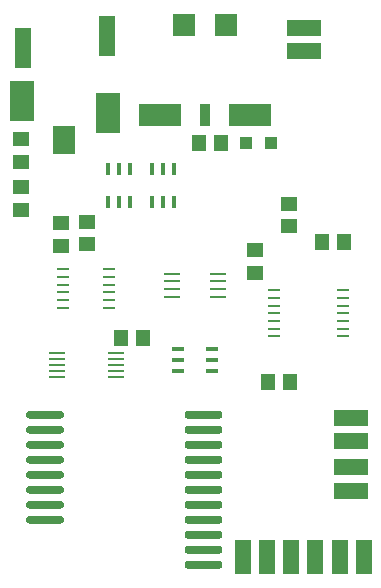
<source format=gbr>
G04 #@! TF.GenerationSoftware,KiCad,Pcbnew,(5.1.0)-1*
G04 #@! TF.CreationDate,2019-05-30T14:49:56+02:00*
G04 #@! TF.ProjectId,UWED,55574544-2e6b-4696-9361-645f70636258,rev?*
G04 #@! TF.SameCoordinates,Original*
G04 #@! TF.FileFunction,Paste,Top*
G04 #@! TF.FilePolarity,Positive*
%FSLAX46Y46*%
G04 Gerber Fmt 4.6, Leading zero omitted, Abs format (unit mm)*
G04 Created by KiCad (PCBNEW (5.1.0)-1) date 2019-05-30 14:49:56*
%MOMM*%
%LPD*%
G04 APERTURE LIST*
%ADD10R,1.347500X1.147500*%
%ADD11R,1.147500X1.347500*%
%ADD12R,1.047500X1.047500*%
%ADD13R,1.117500X0.266600*%
%ADD14R,0.355500X1.117500*%
%ADD15R,1.347500X0.267500*%
%ADD16R,1.117500X0.355500*%
%ADD17R,0.863500X1.879500*%
%ADD18R,3.657500X1.879500*%
%ADD19R,1.879500X1.879500*%
%ADD20R,1.347500X2.847500*%
%ADD21R,2.847500X1.347500*%
%ADD22R,1.347500X0.147500*%
%ADD23R,1.847500X2.347500*%
%ADD24R,1.347500X3.347500*%
%ADD25R,2.147500X3.347500*%
%ADD26C,0.100000*%
%ADD27C,0.660300*%
G04 APERTURE END LIST*
D10*
X153174600Y-100848200D03*
X153174600Y-102748200D03*
D11*
X160728600Y-100147200D03*
X158828600Y-100147200D03*
D10*
X156095600Y-96911200D03*
X156095600Y-98811200D03*
X138950600Y-98435200D03*
X138950600Y-100335200D03*
X136791600Y-98562200D03*
X136791600Y-100462200D03*
D11*
X156156600Y-111958200D03*
X154256600Y-111958200D03*
D12*
X152429400Y-91790600D03*
X154529400Y-91790600D03*
D11*
X148414600Y-91765200D03*
X150314600Y-91765200D03*
X141810600Y-108275200D03*
X143710600Y-108275200D03*
D10*
X133362600Y-97414200D03*
X133362600Y-95514200D03*
X133362600Y-93350200D03*
X133362600Y-91450200D03*
D13*
X160662040Y-104211200D03*
X160662040Y-104861200D03*
X160662040Y-105511200D03*
X160662040Y-106161440D03*
X160662040Y-106811681D03*
X160662040Y-107461918D03*
X160662040Y-108112159D03*
X154812041Y-108112400D03*
X154810600Y-107462400D03*
X154810600Y-106812159D03*
X154810600Y-106161918D03*
X154810600Y-105511681D03*
X154810600Y-104861440D03*
X154810600Y-104211200D03*
D14*
X142633600Y-96743600D03*
X141693800Y-96743600D03*
X140754000Y-96743600D03*
X140754000Y-93924200D03*
X141693800Y-93924200D03*
X142633600Y-93924200D03*
X146316600Y-96743600D03*
X145376800Y-96743600D03*
X144437000Y-96743600D03*
X144437000Y-93924200D03*
X145376800Y-93924200D03*
X146316600Y-93924200D03*
D15*
X150089600Y-102814200D03*
X150089600Y-103464200D03*
X150089600Y-104114200D03*
X150089600Y-104764200D03*
X146189600Y-104764200D03*
X146189600Y-104114200D03*
X146189600Y-103464200D03*
X146189600Y-102814200D03*
D16*
X149517000Y-109164200D03*
X149517000Y-110104000D03*
X149517000Y-111043800D03*
X146697600Y-111043800D03*
X146697600Y-110104000D03*
X146697600Y-109164200D03*
D17*
X148983600Y-89352200D03*
D18*
X152793600Y-89352200D03*
X145173600Y-89352200D03*
D19*
X150761600Y-81732200D03*
X147205600Y-81732200D03*
D20*
X152174600Y-126817200D03*
X154174600Y-126817200D03*
D13*
X140820040Y-102433200D03*
X140820040Y-103083440D03*
X140820040Y-103733681D03*
X140820040Y-104383918D03*
X140820040Y-105034159D03*
X140820040Y-105684400D03*
X136918600Y-105684400D03*
X136918600Y-105034159D03*
X136918600Y-104383918D03*
X136918600Y-103733681D03*
X136918600Y-103083440D03*
X136918600Y-102433200D03*
D21*
X157365600Y-84002200D03*
X157365600Y-82002200D03*
D20*
X158238600Y-126817200D03*
X156238600Y-126817200D03*
X162429600Y-126817200D03*
X160429600Y-126817200D03*
D21*
X161302600Y-121213200D03*
X161302600Y-119213200D03*
X161302600Y-115022200D03*
X161302600Y-117022200D03*
D22*
X141410600Y-109545200D03*
X141410600Y-110045200D03*
X141410600Y-110545200D03*
X141410600Y-111045200D03*
X141410600Y-111545200D03*
X136410600Y-111545200D03*
X136410600Y-111045200D03*
X136410600Y-110545200D03*
X136410600Y-110045200D03*
X136410600Y-109545200D03*
D23*
X137045600Y-91492200D03*
D24*
X133545600Y-83692200D03*
X140645600Y-82692200D03*
D25*
X133445600Y-88192200D03*
X140745600Y-89192200D03*
D26*
G36*
X150163339Y-127123481D02*
G01*
X150192183Y-127127759D01*
X150220469Y-127134845D01*
X150247924Y-127144668D01*
X150274283Y-127157135D01*
X150299294Y-127172126D01*
X150322715Y-127189497D01*
X150344321Y-127209079D01*
X150363903Y-127230685D01*
X150381274Y-127254106D01*
X150396265Y-127279117D01*
X150408732Y-127305476D01*
X150418555Y-127332931D01*
X150425641Y-127361217D01*
X150429919Y-127390061D01*
X150431350Y-127419185D01*
X150431350Y-127485215D01*
X150429919Y-127514339D01*
X150425641Y-127543183D01*
X150418555Y-127571469D01*
X150408732Y-127598924D01*
X150396265Y-127625283D01*
X150381274Y-127650294D01*
X150363903Y-127673715D01*
X150344321Y-127695321D01*
X150322715Y-127714903D01*
X150299294Y-127732274D01*
X150274283Y-127747265D01*
X150247924Y-127759732D01*
X150220469Y-127769555D01*
X150192183Y-127776641D01*
X150163339Y-127780919D01*
X150134215Y-127782350D01*
X147528185Y-127782350D01*
X147499061Y-127780919D01*
X147470217Y-127776641D01*
X147441931Y-127769555D01*
X147414476Y-127759732D01*
X147388117Y-127747265D01*
X147363106Y-127732274D01*
X147339685Y-127714903D01*
X147318079Y-127695321D01*
X147298497Y-127673715D01*
X147281126Y-127650294D01*
X147266135Y-127625283D01*
X147253668Y-127598924D01*
X147243845Y-127571469D01*
X147236759Y-127543183D01*
X147232481Y-127514339D01*
X147231050Y-127485215D01*
X147231050Y-127419185D01*
X147232481Y-127390061D01*
X147236759Y-127361217D01*
X147243845Y-127332931D01*
X147253668Y-127305476D01*
X147266135Y-127279117D01*
X147281126Y-127254106D01*
X147298497Y-127230685D01*
X147318079Y-127209079D01*
X147339685Y-127189497D01*
X147363106Y-127172126D01*
X147388117Y-127157135D01*
X147414476Y-127144668D01*
X147441931Y-127134845D01*
X147470217Y-127127759D01*
X147499061Y-127123481D01*
X147528185Y-127122050D01*
X150134215Y-127122050D01*
X150163339Y-127123481D01*
X150163339Y-127123481D01*
G37*
D27*
X148831200Y-127452200D03*
D26*
G36*
X150163339Y-125853481D02*
G01*
X150192183Y-125857759D01*
X150220469Y-125864845D01*
X150247924Y-125874668D01*
X150274283Y-125887135D01*
X150299294Y-125902126D01*
X150322715Y-125919497D01*
X150344321Y-125939079D01*
X150363903Y-125960685D01*
X150381274Y-125984106D01*
X150396265Y-126009117D01*
X150408732Y-126035476D01*
X150418555Y-126062931D01*
X150425641Y-126091217D01*
X150429919Y-126120061D01*
X150431350Y-126149185D01*
X150431350Y-126215215D01*
X150429919Y-126244339D01*
X150425641Y-126273183D01*
X150418555Y-126301469D01*
X150408732Y-126328924D01*
X150396265Y-126355283D01*
X150381274Y-126380294D01*
X150363903Y-126403715D01*
X150344321Y-126425321D01*
X150322715Y-126444903D01*
X150299294Y-126462274D01*
X150274283Y-126477265D01*
X150247924Y-126489732D01*
X150220469Y-126499555D01*
X150192183Y-126506641D01*
X150163339Y-126510919D01*
X150134215Y-126512350D01*
X147528185Y-126512350D01*
X147499061Y-126510919D01*
X147470217Y-126506641D01*
X147441931Y-126499555D01*
X147414476Y-126489732D01*
X147388117Y-126477265D01*
X147363106Y-126462274D01*
X147339685Y-126444903D01*
X147318079Y-126425321D01*
X147298497Y-126403715D01*
X147281126Y-126380294D01*
X147266135Y-126355283D01*
X147253668Y-126328924D01*
X147243845Y-126301469D01*
X147236759Y-126273183D01*
X147232481Y-126244339D01*
X147231050Y-126215215D01*
X147231050Y-126149185D01*
X147232481Y-126120061D01*
X147236759Y-126091217D01*
X147243845Y-126062931D01*
X147253668Y-126035476D01*
X147266135Y-126009117D01*
X147281126Y-125984106D01*
X147298497Y-125960685D01*
X147318079Y-125939079D01*
X147339685Y-125919497D01*
X147363106Y-125902126D01*
X147388117Y-125887135D01*
X147414476Y-125874668D01*
X147441931Y-125864845D01*
X147470217Y-125857759D01*
X147499061Y-125853481D01*
X147528185Y-125852050D01*
X150134215Y-125852050D01*
X150163339Y-125853481D01*
X150163339Y-125853481D01*
G37*
D27*
X148831200Y-126182200D03*
D26*
G36*
X150163339Y-124583481D02*
G01*
X150192183Y-124587759D01*
X150220469Y-124594845D01*
X150247924Y-124604668D01*
X150274283Y-124617135D01*
X150299294Y-124632126D01*
X150322715Y-124649497D01*
X150344321Y-124669079D01*
X150363903Y-124690685D01*
X150381274Y-124714106D01*
X150396265Y-124739117D01*
X150408732Y-124765476D01*
X150418555Y-124792931D01*
X150425641Y-124821217D01*
X150429919Y-124850061D01*
X150431350Y-124879185D01*
X150431350Y-124945215D01*
X150429919Y-124974339D01*
X150425641Y-125003183D01*
X150418555Y-125031469D01*
X150408732Y-125058924D01*
X150396265Y-125085283D01*
X150381274Y-125110294D01*
X150363903Y-125133715D01*
X150344321Y-125155321D01*
X150322715Y-125174903D01*
X150299294Y-125192274D01*
X150274283Y-125207265D01*
X150247924Y-125219732D01*
X150220469Y-125229555D01*
X150192183Y-125236641D01*
X150163339Y-125240919D01*
X150134215Y-125242350D01*
X147528185Y-125242350D01*
X147499061Y-125240919D01*
X147470217Y-125236641D01*
X147441931Y-125229555D01*
X147414476Y-125219732D01*
X147388117Y-125207265D01*
X147363106Y-125192274D01*
X147339685Y-125174903D01*
X147318079Y-125155321D01*
X147298497Y-125133715D01*
X147281126Y-125110294D01*
X147266135Y-125085283D01*
X147253668Y-125058924D01*
X147243845Y-125031469D01*
X147236759Y-125003183D01*
X147232481Y-124974339D01*
X147231050Y-124945215D01*
X147231050Y-124879185D01*
X147232481Y-124850061D01*
X147236759Y-124821217D01*
X147243845Y-124792931D01*
X147253668Y-124765476D01*
X147266135Y-124739117D01*
X147281126Y-124714106D01*
X147298497Y-124690685D01*
X147318079Y-124669079D01*
X147339685Y-124649497D01*
X147363106Y-124632126D01*
X147388117Y-124617135D01*
X147414476Y-124604668D01*
X147441931Y-124594845D01*
X147470217Y-124587759D01*
X147499061Y-124583481D01*
X147528185Y-124582050D01*
X150134215Y-124582050D01*
X150163339Y-124583481D01*
X150163339Y-124583481D01*
G37*
D27*
X148831200Y-124912200D03*
D26*
G36*
X150163339Y-123313481D02*
G01*
X150192183Y-123317759D01*
X150220469Y-123324845D01*
X150247924Y-123334668D01*
X150274283Y-123347135D01*
X150299294Y-123362126D01*
X150322715Y-123379497D01*
X150344321Y-123399079D01*
X150363903Y-123420685D01*
X150381274Y-123444106D01*
X150396265Y-123469117D01*
X150408732Y-123495476D01*
X150418555Y-123522931D01*
X150425641Y-123551217D01*
X150429919Y-123580061D01*
X150431350Y-123609185D01*
X150431350Y-123675215D01*
X150429919Y-123704339D01*
X150425641Y-123733183D01*
X150418555Y-123761469D01*
X150408732Y-123788924D01*
X150396265Y-123815283D01*
X150381274Y-123840294D01*
X150363903Y-123863715D01*
X150344321Y-123885321D01*
X150322715Y-123904903D01*
X150299294Y-123922274D01*
X150274283Y-123937265D01*
X150247924Y-123949732D01*
X150220469Y-123959555D01*
X150192183Y-123966641D01*
X150163339Y-123970919D01*
X150134215Y-123972350D01*
X147528185Y-123972350D01*
X147499061Y-123970919D01*
X147470217Y-123966641D01*
X147441931Y-123959555D01*
X147414476Y-123949732D01*
X147388117Y-123937265D01*
X147363106Y-123922274D01*
X147339685Y-123904903D01*
X147318079Y-123885321D01*
X147298497Y-123863715D01*
X147281126Y-123840294D01*
X147266135Y-123815283D01*
X147253668Y-123788924D01*
X147243845Y-123761469D01*
X147236759Y-123733183D01*
X147232481Y-123704339D01*
X147231050Y-123675215D01*
X147231050Y-123609185D01*
X147232481Y-123580061D01*
X147236759Y-123551217D01*
X147243845Y-123522931D01*
X147253668Y-123495476D01*
X147266135Y-123469117D01*
X147281126Y-123444106D01*
X147298497Y-123420685D01*
X147318079Y-123399079D01*
X147339685Y-123379497D01*
X147363106Y-123362126D01*
X147388117Y-123347135D01*
X147414476Y-123334668D01*
X147441931Y-123324845D01*
X147470217Y-123317759D01*
X147499061Y-123313481D01*
X147528185Y-123312050D01*
X150134215Y-123312050D01*
X150163339Y-123313481D01*
X150163339Y-123313481D01*
G37*
D27*
X148831200Y-123642200D03*
D26*
G36*
X150163339Y-122043481D02*
G01*
X150192183Y-122047759D01*
X150220469Y-122054845D01*
X150247924Y-122064668D01*
X150274283Y-122077135D01*
X150299294Y-122092126D01*
X150322715Y-122109497D01*
X150344321Y-122129079D01*
X150363903Y-122150685D01*
X150381274Y-122174106D01*
X150396265Y-122199117D01*
X150408732Y-122225476D01*
X150418555Y-122252931D01*
X150425641Y-122281217D01*
X150429919Y-122310061D01*
X150431350Y-122339185D01*
X150431350Y-122405215D01*
X150429919Y-122434339D01*
X150425641Y-122463183D01*
X150418555Y-122491469D01*
X150408732Y-122518924D01*
X150396265Y-122545283D01*
X150381274Y-122570294D01*
X150363903Y-122593715D01*
X150344321Y-122615321D01*
X150322715Y-122634903D01*
X150299294Y-122652274D01*
X150274283Y-122667265D01*
X150247924Y-122679732D01*
X150220469Y-122689555D01*
X150192183Y-122696641D01*
X150163339Y-122700919D01*
X150134215Y-122702350D01*
X147528185Y-122702350D01*
X147499061Y-122700919D01*
X147470217Y-122696641D01*
X147441931Y-122689555D01*
X147414476Y-122679732D01*
X147388117Y-122667265D01*
X147363106Y-122652274D01*
X147339685Y-122634903D01*
X147318079Y-122615321D01*
X147298497Y-122593715D01*
X147281126Y-122570294D01*
X147266135Y-122545283D01*
X147253668Y-122518924D01*
X147243845Y-122491469D01*
X147236759Y-122463183D01*
X147232481Y-122434339D01*
X147231050Y-122405215D01*
X147231050Y-122339185D01*
X147232481Y-122310061D01*
X147236759Y-122281217D01*
X147243845Y-122252931D01*
X147253668Y-122225476D01*
X147266135Y-122199117D01*
X147281126Y-122174106D01*
X147298497Y-122150685D01*
X147318079Y-122129079D01*
X147339685Y-122109497D01*
X147363106Y-122092126D01*
X147388117Y-122077135D01*
X147414476Y-122064668D01*
X147441931Y-122054845D01*
X147470217Y-122047759D01*
X147499061Y-122043481D01*
X147528185Y-122042050D01*
X150134215Y-122042050D01*
X150163339Y-122043481D01*
X150163339Y-122043481D01*
G37*
D27*
X148831200Y-122372200D03*
D26*
G36*
X150163339Y-120773481D02*
G01*
X150192183Y-120777759D01*
X150220469Y-120784845D01*
X150247924Y-120794668D01*
X150274283Y-120807135D01*
X150299294Y-120822126D01*
X150322715Y-120839497D01*
X150344321Y-120859079D01*
X150363903Y-120880685D01*
X150381274Y-120904106D01*
X150396265Y-120929117D01*
X150408732Y-120955476D01*
X150418555Y-120982931D01*
X150425641Y-121011217D01*
X150429919Y-121040061D01*
X150431350Y-121069185D01*
X150431350Y-121135215D01*
X150429919Y-121164339D01*
X150425641Y-121193183D01*
X150418555Y-121221469D01*
X150408732Y-121248924D01*
X150396265Y-121275283D01*
X150381274Y-121300294D01*
X150363903Y-121323715D01*
X150344321Y-121345321D01*
X150322715Y-121364903D01*
X150299294Y-121382274D01*
X150274283Y-121397265D01*
X150247924Y-121409732D01*
X150220469Y-121419555D01*
X150192183Y-121426641D01*
X150163339Y-121430919D01*
X150134215Y-121432350D01*
X147528185Y-121432350D01*
X147499061Y-121430919D01*
X147470217Y-121426641D01*
X147441931Y-121419555D01*
X147414476Y-121409732D01*
X147388117Y-121397265D01*
X147363106Y-121382274D01*
X147339685Y-121364903D01*
X147318079Y-121345321D01*
X147298497Y-121323715D01*
X147281126Y-121300294D01*
X147266135Y-121275283D01*
X147253668Y-121248924D01*
X147243845Y-121221469D01*
X147236759Y-121193183D01*
X147232481Y-121164339D01*
X147231050Y-121135215D01*
X147231050Y-121069185D01*
X147232481Y-121040061D01*
X147236759Y-121011217D01*
X147243845Y-120982931D01*
X147253668Y-120955476D01*
X147266135Y-120929117D01*
X147281126Y-120904106D01*
X147298497Y-120880685D01*
X147318079Y-120859079D01*
X147339685Y-120839497D01*
X147363106Y-120822126D01*
X147388117Y-120807135D01*
X147414476Y-120794668D01*
X147441931Y-120784845D01*
X147470217Y-120777759D01*
X147499061Y-120773481D01*
X147528185Y-120772050D01*
X150134215Y-120772050D01*
X150163339Y-120773481D01*
X150163339Y-120773481D01*
G37*
D27*
X148831200Y-121102200D03*
D26*
G36*
X150163339Y-119503481D02*
G01*
X150192183Y-119507759D01*
X150220469Y-119514845D01*
X150247924Y-119524668D01*
X150274283Y-119537135D01*
X150299294Y-119552126D01*
X150322715Y-119569497D01*
X150344321Y-119589079D01*
X150363903Y-119610685D01*
X150381274Y-119634106D01*
X150396265Y-119659117D01*
X150408732Y-119685476D01*
X150418555Y-119712931D01*
X150425641Y-119741217D01*
X150429919Y-119770061D01*
X150431350Y-119799185D01*
X150431350Y-119865215D01*
X150429919Y-119894339D01*
X150425641Y-119923183D01*
X150418555Y-119951469D01*
X150408732Y-119978924D01*
X150396265Y-120005283D01*
X150381274Y-120030294D01*
X150363903Y-120053715D01*
X150344321Y-120075321D01*
X150322715Y-120094903D01*
X150299294Y-120112274D01*
X150274283Y-120127265D01*
X150247924Y-120139732D01*
X150220469Y-120149555D01*
X150192183Y-120156641D01*
X150163339Y-120160919D01*
X150134215Y-120162350D01*
X147528185Y-120162350D01*
X147499061Y-120160919D01*
X147470217Y-120156641D01*
X147441931Y-120149555D01*
X147414476Y-120139732D01*
X147388117Y-120127265D01*
X147363106Y-120112274D01*
X147339685Y-120094903D01*
X147318079Y-120075321D01*
X147298497Y-120053715D01*
X147281126Y-120030294D01*
X147266135Y-120005283D01*
X147253668Y-119978924D01*
X147243845Y-119951469D01*
X147236759Y-119923183D01*
X147232481Y-119894339D01*
X147231050Y-119865215D01*
X147231050Y-119799185D01*
X147232481Y-119770061D01*
X147236759Y-119741217D01*
X147243845Y-119712931D01*
X147253668Y-119685476D01*
X147266135Y-119659117D01*
X147281126Y-119634106D01*
X147298497Y-119610685D01*
X147318079Y-119589079D01*
X147339685Y-119569497D01*
X147363106Y-119552126D01*
X147388117Y-119537135D01*
X147414476Y-119524668D01*
X147441931Y-119514845D01*
X147470217Y-119507759D01*
X147499061Y-119503481D01*
X147528185Y-119502050D01*
X150134215Y-119502050D01*
X150163339Y-119503481D01*
X150163339Y-119503481D01*
G37*
D27*
X148831200Y-119832200D03*
D26*
G36*
X150163339Y-118233481D02*
G01*
X150192183Y-118237759D01*
X150220469Y-118244845D01*
X150247924Y-118254668D01*
X150274283Y-118267135D01*
X150299294Y-118282126D01*
X150322715Y-118299497D01*
X150344321Y-118319079D01*
X150363903Y-118340685D01*
X150381274Y-118364106D01*
X150396265Y-118389117D01*
X150408732Y-118415476D01*
X150418555Y-118442931D01*
X150425641Y-118471217D01*
X150429919Y-118500061D01*
X150431350Y-118529185D01*
X150431350Y-118595215D01*
X150429919Y-118624339D01*
X150425641Y-118653183D01*
X150418555Y-118681469D01*
X150408732Y-118708924D01*
X150396265Y-118735283D01*
X150381274Y-118760294D01*
X150363903Y-118783715D01*
X150344321Y-118805321D01*
X150322715Y-118824903D01*
X150299294Y-118842274D01*
X150274283Y-118857265D01*
X150247924Y-118869732D01*
X150220469Y-118879555D01*
X150192183Y-118886641D01*
X150163339Y-118890919D01*
X150134215Y-118892350D01*
X147528185Y-118892350D01*
X147499061Y-118890919D01*
X147470217Y-118886641D01*
X147441931Y-118879555D01*
X147414476Y-118869732D01*
X147388117Y-118857265D01*
X147363106Y-118842274D01*
X147339685Y-118824903D01*
X147318079Y-118805321D01*
X147298497Y-118783715D01*
X147281126Y-118760294D01*
X147266135Y-118735283D01*
X147253668Y-118708924D01*
X147243845Y-118681469D01*
X147236759Y-118653183D01*
X147232481Y-118624339D01*
X147231050Y-118595215D01*
X147231050Y-118529185D01*
X147232481Y-118500061D01*
X147236759Y-118471217D01*
X147243845Y-118442931D01*
X147253668Y-118415476D01*
X147266135Y-118389117D01*
X147281126Y-118364106D01*
X147298497Y-118340685D01*
X147318079Y-118319079D01*
X147339685Y-118299497D01*
X147363106Y-118282126D01*
X147388117Y-118267135D01*
X147414476Y-118254668D01*
X147441931Y-118244845D01*
X147470217Y-118237759D01*
X147499061Y-118233481D01*
X147528185Y-118232050D01*
X150134215Y-118232050D01*
X150163339Y-118233481D01*
X150163339Y-118233481D01*
G37*
D27*
X148831200Y-118562200D03*
D26*
G36*
X150163339Y-116963481D02*
G01*
X150192183Y-116967759D01*
X150220469Y-116974845D01*
X150247924Y-116984668D01*
X150274283Y-116997135D01*
X150299294Y-117012126D01*
X150322715Y-117029497D01*
X150344321Y-117049079D01*
X150363903Y-117070685D01*
X150381274Y-117094106D01*
X150396265Y-117119117D01*
X150408732Y-117145476D01*
X150418555Y-117172931D01*
X150425641Y-117201217D01*
X150429919Y-117230061D01*
X150431350Y-117259185D01*
X150431350Y-117325215D01*
X150429919Y-117354339D01*
X150425641Y-117383183D01*
X150418555Y-117411469D01*
X150408732Y-117438924D01*
X150396265Y-117465283D01*
X150381274Y-117490294D01*
X150363903Y-117513715D01*
X150344321Y-117535321D01*
X150322715Y-117554903D01*
X150299294Y-117572274D01*
X150274283Y-117587265D01*
X150247924Y-117599732D01*
X150220469Y-117609555D01*
X150192183Y-117616641D01*
X150163339Y-117620919D01*
X150134215Y-117622350D01*
X147528185Y-117622350D01*
X147499061Y-117620919D01*
X147470217Y-117616641D01*
X147441931Y-117609555D01*
X147414476Y-117599732D01*
X147388117Y-117587265D01*
X147363106Y-117572274D01*
X147339685Y-117554903D01*
X147318079Y-117535321D01*
X147298497Y-117513715D01*
X147281126Y-117490294D01*
X147266135Y-117465283D01*
X147253668Y-117438924D01*
X147243845Y-117411469D01*
X147236759Y-117383183D01*
X147232481Y-117354339D01*
X147231050Y-117325215D01*
X147231050Y-117259185D01*
X147232481Y-117230061D01*
X147236759Y-117201217D01*
X147243845Y-117172931D01*
X147253668Y-117145476D01*
X147266135Y-117119117D01*
X147281126Y-117094106D01*
X147298497Y-117070685D01*
X147318079Y-117049079D01*
X147339685Y-117029497D01*
X147363106Y-117012126D01*
X147388117Y-116997135D01*
X147414476Y-116984668D01*
X147441931Y-116974845D01*
X147470217Y-116967759D01*
X147499061Y-116963481D01*
X147528185Y-116962050D01*
X150134215Y-116962050D01*
X150163339Y-116963481D01*
X150163339Y-116963481D01*
G37*
D27*
X148831200Y-117292200D03*
D26*
G36*
X150163339Y-115693481D02*
G01*
X150192183Y-115697759D01*
X150220469Y-115704845D01*
X150247924Y-115714668D01*
X150274283Y-115727135D01*
X150299294Y-115742126D01*
X150322715Y-115759497D01*
X150344321Y-115779079D01*
X150363903Y-115800685D01*
X150381274Y-115824106D01*
X150396265Y-115849117D01*
X150408732Y-115875476D01*
X150418555Y-115902931D01*
X150425641Y-115931217D01*
X150429919Y-115960061D01*
X150431350Y-115989185D01*
X150431350Y-116055215D01*
X150429919Y-116084339D01*
X150425641Y-116113183D01*
X150418555Y-116141469D01*
X150408732Y-116168924D01*
X150396265Y-116195283D01*
X150381274Y-116220294D01*
X150363903Y-116243715D01*
X150344321Y-116265321D01*
X150322715Y-116284903D01*
X150299294Y-116302274D01*
X150274283Y-116317265D01*
X150247924Y-116329732D01*
X150220469Y-116339555D01*
X150192183Y-116346641D01*
X150163339Y-116350919D01*
X150134215Y-116352350D01*
X147528185Y-116352350D01*
X147499061Y-116350919D01*
X147470217Y-116346641D01*
X147441931Y-116339555D01*
X147414476Y-116329732D01*
X147388117Y-116317265D01*
X147363106Y-116302274D01*
X147339685Y-116284903D01*
X147318079Y-116265321D01*
X147298497Y-116243715D01*
X147281126Y-116220294D01*
X147266135Y-116195283D01*
X147253668Y-116168924D01*
X147243845Y-116141469D01*
X147236759Y-116113183D01*
X147232481Y-116084339D01*
X147231050Y-116055215D01*
X147231050Y-115989185D01*
X147232481Y-115960061D01*
X147236759Y-115931217D01*
X147243845Y-115902931D01*
X147253668Y-115875476D01*
X147266135Y-115849117D01*
X147281126Y-115824106D01*
X147298497Y-115800685D01*
X147318079Y-115779079D01*
X147339685Y-115759497D01*
X147363106Y-115742126D01*
X147388117Y-115727135D01*
X147414476Y-115714668D01*
X147441931Y-115704845D01*
X147470217Y-115697759D01*
X147499061Y-115693481D01*
X147528185Y-115692050D01*
X150134215Y-115692050D01*
X150163339Y-115693481D01*
X150163339Y-115693481D01*
G37*
D27*
X148831200Y-116022200D03*
D26*
G36*
X150163339Y-114423481D02*
G01*
X150192183Y-114427759D01*
X150220469Y-114434845D01*
X150247924Y-114444668D01*
X150274283Y-114457135D01*
X150299294Y-114472126D01*
X150322715Y-114489497D01*
X150344321Y-114509079D01*
X150363903Y-114530685D01*
X150381274Y-114554106D01*
X150396265Y-114579117D01*
X150408732Y-114605476D01*
X150418555Y-114632931D01*
X150425641Y-114661217D01*
X150429919Y-114690061D01*
X150431350Y-114719185D01*
X150431350Y-114785215D01*
X150429919Y-114814339D01*
X150425641Y-114843183D01*
X150418555Y-114871469D01*
X150408732Y-114898924D01*
X150396265Y-114925283D01*
X150381274Y-114950294D01*
X150363903Y-114973715D01*
X150344321Y-114995321D01*
X150322715Y-115014903D01*
X150299294Y-115032274D01*
X150274283Y-115047265D01*
X150247924Y-115059732D01*
X150220469Y-115069555D01*
X150192183Y-115076641D01*
X150163339Y-115080919D01*
X150134215Y-115082350D01*
X147528185Y-115082350D01*
X147499061Y-115080919D01*
X147470217Y-115076641D01*
X147441931Y-115069555D01*
X147414476Y-115059732D01*
X147388117Y-115047265D01*
X147363106Y-115032274D01*
X147339685Y-115014903D01*
X147318079Y-114995321D01*
X147298497Y-114973715D01*
X147281126Y-114950294D01*
X147266135Y-114925283D01*
X147253668Y-114898924D01*
X147243845Y-114871469D01*
X147236759Y-114843183D01*
X147232481Y-114814339D01*
X147231050Y-114785215D01*
X147231050Y-114719185D01*
X147232481Y-114690061D01*
X147236759Y-114661217D01*
X147243845Y-114632931D01*
X147253668Y-114605476D01*
X147266135Y-114579117D01*
X147281126Y-114554106D01*
X147298497Y-114530685D01*
X147318079Y-114509079D01*
X147339685Y-114489497D01*
X147363106Y-114472126D01*
X147388117Y-114457135D01*
X147414476Y-114444668D01*
X147441931Y-114434845D01*
X147470217Y-114427759D01*
X147499061Y-114423481D01*
X147528185Y-114422050D01*
X150134215Y-114422050D01*
X150163339Y-114423481D01*
X150163339Y-114423481D01*
G37*
D27*
X148831200Y-114752200D03*
D26*
G36*
X136752139Y-123313481D02*
G01*
X136780983Y-123317759D01*
X136809269Y-123324845D01*
X136836724Y-123334668D01*
X136863083Y-123347135D01*
X136888094Y-123362126D01*
X136911515Y-123379497D01*
X136933121Y-123399079D01*
X136952703Y-123420685D01*
X136970074Y-123444106D01*
X136985065Y-123469117D01*
X136997532Y-123495476D01*
X137007355Y-123522931D01*
X137014441Y-123551217D01*
X137018719Y-123580061D01*
X137020150Y-123609185D01*
X137020150Y-123675215D01*
X137018719Y-123704339D01*
X137014441Y-123733183D01*
X137007355Y-123761469D01*
X136997532Y-123788924D01*
X136985065Y-123815283D01*
X136970074Y-123840294D01*
X136952703Y-123863715D01*
X136933121Y-123885321D01*
X136911515Y-123904903D01*
X136888094Y-123922274D01*
X136863083Y-123937265D01*
X136836724Y-123949732D01*
X136809269Y-123959555D01*
X136780983Y-123966641D01*
X136752139Y-123970919D01*
X136723015Y-123972350D01*
X134116985Y-123972350D01*
X134087861Y-123970919D01*
X134059017Y-123966641D01*
X134030731Y-123959555D01*
X134003276Y-123949732D01*
X133976917Y-123937265D01*
X133951906Y-123922274D01*
X133928485Y-123904903D01*
X133906879Y-123885321D01*
X133887297Y-123863715D01*
X133869926Y-123840294D01*
X133854935Y-123815283D01*
X133842468Y-123788924D01*
X133832645Y-123761469D01*
X133825559Y-123733183D01*
X133821281Y-123704339D01*
X133819850Y-123675215D01*
X133819850Y-123609185D01*
X133821281Y-123580061D01*
X133825559Y-123551217D01*
X133832645Y-123522931D01*
X133842468Y-123495476D01*
X133854935Y-123469117D01*
X133869926Y-123444106D01*
X133887297Y-123420685D01*
X133906879Y-123399079D01*
X133928485Y-123379497D01*
X133951906Y-123362126D01*
X133976917Y-123347135D01*
X134003276Y-123334668D01*
X134030731Y-123324845D01*
X134059017Y-123317759D01*
X134087861Y-123313481D01*
X134116985Y-123312050D01*
X136723015Y-123312050D01*
X136752139Y-123313481D01*
X136752139Y-123313481D01*
G37*
D27*
X135420000Y-123642200D03*
D26*
G36*
X136752139Y-122043481D02*
G01*
X136780983Y-122047759D01*
X136809269Y-122054845D01*
X136836724Y-122064668D01*
X136863083Y-122077135D01*
X136888094Y-122092126D01*
X136911515Y-122109497D01*
X136933121Y-122129079D01*
X136952703Y-122150685D01*
X136970074Y-122174106D01*
X136985065Y-122199117D01*
X136997532Y-122225476D01*
X137007355Y-122252931D01*
X137014441Y-122281217D01*
X137018719Y-122310061D01*
X137020150Y-122339185D01*
X137020150Y-122405215D01*
X137018719Y-122434339D01*
X137014441Y-122463183D01*
X137007355Y-122491469D01*
X136997532Y-122518924D01*
X136985065Y-122545283D01*
X136970074Y-122570294D01*
X136952703Y-122593715D01*
X136933121Y-122615321D01*
X136911515Y-122634903D01*
X136888094Y-122652274D01*
X136863083Y-122667265D01*
X136836724Y-122679732D01*
X136809269Y-122689555D01*
X136780983Y-122696641D01*
X136752139Y-122700919D01*
X136723015Y-122702350D01*
X134116985Y-122702350D01*
X134087861Y-122700919D01*
X134059017Y-122696641D01*
X134030731Y-122689555D01*
X134003276Y-122679732D01*
X133976917Y-122667265D01*
X133951906Y-122652274D01*
X133928485Y-122634903D01*
X133906879Y-122615321D01*
X133887297Y-122593715D01*
X133869926Y-122570294D01*
X133854935Y-122545283D01*
X133842468Y-122518924D01*
X133832645Y-122491469D01*
X133825559Y-122463183D01*
X133821281Y-122434339D01*
X133819850Y-122405215D01*
X133819850Y-122339185D01*
X133821281Y-122310061D01*
X133825559Y-122281217D01*
X133832645Y-122252931D01*
X133842468Y-122225476D01*
X133854935Y-122199117D01*
X133869926Y-122174106D01*
X133887297Y-122150685D01*
X133906879Y-122129079D01*
X133928485Y-122109497D01*
X133951906Y-122092126D01*
X133976917Y-122077135D01*
X134003276Y-122064668D01*
X134030731Y-122054845D01*
X134059017Y-122047759D01*
X134087861Y-122043481D01*
X134116985Y-122042050D01*
X136723015Y-122042050D01*
X136752139Y-122043481D01*
X136752139Y-122043481D01*
G37*
D27*
X135420000Y-122372200D03*
D26*
G36*
X136752139Y-120773481D02*
G01*
X136780983Y-120777759D01*
X136809269Y-120784845D01*
X136836724Y-120794668D01*
X136863083Y-120807135D01*
X136888094Y-120822126D01*
X136911515Y-120839497D01*
X136933121Y-120859079D01*
X136952703Y-120880685D01*
X136970074Y-120904106D01*
X136985065Y-120929117D01*
X136997532Y-120955476D01*
X137007355Y-120982931D01*
X137014441Y-121011217D01*
X137018719Y-121040061D01*
X137020150Y-121069185D01*
X137020150Y-121135215D01*
X137018719Y-121164339D01*
X137014441Y-121193183D01*
X137007355Y-121221469D01*
X136997532Y-121248924D01*
X136985065Y-121275283D01*
X136970074Y-121300294D01*
X136952703Y-121323715D01*
X136933121Y-121345321D01*
X136911515Y-121364903D01*
X136888094Y-121382274D01*
X136863083Y-121397265D01*
X136836724Y-121409732D01*
X136809269Y-121419555D01*
X136780983Y-121426641D01*
X136752139Y-121430919D01*
X136723015Y-121432350D01*
X134116985Y-121432350D01*
X134087861Y-121430919D01*
X134059017Y-121426641D01*
X134030731Y-121419555D01*
X134003276Y-121409732D01*
X133976917Y-121397265D01*
X133951906Y-121382274D01*
X133928485Y-121364903D01*
X133906879Y-121345321D01*
X133887297Y-121323715D01*
X133869926Y-121300294D01*
X133854935Y-121275283D01*
X133842468Y-121248924D01*
X133832645Y-121221469D01*
X133825559Y-121193183D01*
X133821281Y-121164339D01*
X133819850Y-121135215D01*
X133819850Y-121069185D01*
X133821281Y-121040061D01*
X133825559Y-121011217D01*
X133832645Y-120982931D01*
X133842468Y-120955476D01*
X133854935Y-120929117D01*
X133869926Y-120904106D01*
X133887297Y-120880685D01*
X133906879Y-120859079D01*
X133928485Y-120839497D01*
X133951906Y-120822126D01*
X133976917Y-120807135D01*
X134003276Y-120794668D01*
X134030731Y-120784845D01*
X134059017Y-120777759D01*
X134087861Y-120773481D01*
X134116985Y-120772050D01*
X136723015Y-120772050D01*
X136752139Y-120773481D01*
X136752139Y-120773481D01*
G37*
D27*
X135420000Y-121102200D03*
D26*
G36*
X136752139Y-119503481D02*
G01*
X136780983Y-119507759D01*
X136809269Y-119514845D01*
X136836724Y-119524668D01*
X136863083Y-119537135D01*
X136888094Y-119552126D01*
X136911515Y-119569497D01*
X136933121Y-119589079D01*
X136952703Y-119610685D01*
X136970074Y-119634106D01*
X136985065Y-119659117D01*
X136997532Y-119685476D01*
X137007355Y-119712931D01*
X137014441Y-119741217D01*
X137018719Y-119770061D01*
X137020150Y-119799185D01*
X137020150Y-119865215D01*
X137018719Y-119894339D01*
X137014441Y-119923183D01*
X137007355Y-119951469D01*
X136997532Y-119978924D01*
X136985065Y-120005283D01*
X136970074Y-120030294D01*
X136952703Y-120053715D01*
X136933121Y-120075321D01*
X136911515Y-120094903D01*
X136888094Y-120112274D01*
X136863083Y-120127265D01*
X136836724Y-120139732D01*
X136809269Y-120149555D01*
X136780983Y-120156641D01*
X136752139Y-120160919D01*
X136723015Y-120162350D01*
X134116985Y-120162350D01*
X134087861Y-120160919D01*
X134059017Y-120156641D01*
X134030731Y-120149555D01*
X134003276Y-120139732D01*
X133976917Y-120127265D01*
X133951906Y-120112274D01*
X133928485Y-120094903D01*
X133906879Y-120075321D01*
X133887297Y-120053715D01*
X133869926Y-120030294D01*
X133854935Y-120005283D01*
X133842468Y-119978924D01*
X133832645Y-119951469D01*
X133825559Y-119923183D01*
X133821281Y-119894339D01*
X133819850Y-119865215D01*
X133819850Y-119799185D01*
X133821281Y-119770061D01*
X133825559Y-119741217D01*
X133832645Y-119712931D01*
X133842468Y-119685476D01*
X133854935Y-119659117D01*
X133869926Y-119634106D01*
X133887297Y-119610685D01*
X133906879Y-119589079D01*
X133928485Y-119569497D01*
X133951906Y-119552126D01*
X133976917Y-119537135D01*
X134003276Y-119524668D01*
X134030731Y-119514845D01*
X134059017Y-119507759D01*
X134087861Y-119503481D01*
X134116985Y-119502050D01*
X136723015Y-119502050D01*
X136752139Y-119503481D01*
X136752139Y-119503481D01*
G37*
D27*
X135420000Y-119832200D03*
D26*
G36*
X136752139Y-118233481D02*
G01*
X136780983Y-118237759D01*
X136809269Y-118244845D01*
X136836724Y-118254668D01*
X136863083Y-118267135D01*
X136888094Y-118282126D01*
X136911515Y-118299497D01*
X136933121Y-118319079D01*
X136952703Y-118340685D01*
X136970074Y-118364106D01*
X136985065Y-118389117D01*
X136997532Y-118415476D01*
X137007355Y-118442931D01*
X137014441Y-118471217D01*
X137018719Y-118500061D01*
X137020150Y-118529185D01*
X137020150Y-118595215D01*
X137018719Y-118624339D01*
X137014441Y-118653183D01*
X137007355Y-118681469D01*
X136997532Y-118708924D01*
X136985065Y-118735283D01*
X136970074Y-118760294D01*
X136952703Y-118783715D01*
X136933121Y-118805321D01*
X136911515Y-118824903D01*
X136888094Y-118842274D01*
X136863083Y-118857265D01*
X136836724Y-118869732D01*
X136809269Y-118879555D01*
X136780983Y-118886641D01*
X136752139Y-118890919D01*
X136723015Y-118892350D01*
X134116985Y-118892350D01*
X134087861Y-118890919D01*
X134059017Y-118886641D01*
X134030731Y-118879555D01*
X134003276Y-118869732D01*
X133976917Y-118857265D01*
X133951906Y-118842274D01*
X133928485Y-118824903D01*
X133906879Y-118805321D01*
X133887297Y-118783715D01*
X133869926Y-118760294D01*
X133854935Y-118735283D01*
X133842468Y-118708924D01*
X133832645Y-118681469D01*
X133825559Y-118653183D01*
X133821281Y-118624339D01*
X133819850Y-118595215D01*
X133819850Y-118529185D01*
X133821281Y-118500061D01*
X133825559Y-118471217D01*
X133832645Y-118442931D01*
X133842468Y-118415476D01*
X133854935Y-118389117D01*
X133869926Y-118364106D01*
X133887297Y-118340685D01*
X133906879Y-118319079D01*
X133928485Y-118299497D01*
X133951906Y-118282126D01*
X133976917Y-118267135D01*
X134003276Y-118254668D01*
X134030731Y-118244845D01*
X134059017Y-118237759D01*
X134087861Y-118233481D01*
X134116985Y-118232050D01*
X136723015Y-118232050D01*
X136752139Y-118233481D01*
X136752139Y-118233481D01*
G37*
D27*
X135420000Y-118562200D03*
D26*
G36*
X136752139Y-116963481D02*
G01*
X136780983Y-116967759D01*
X136809269Y-116974845D01*
X136836724Y-116984668D01*
X136863083Y-116997135D01*
X136888094Y-117012126D01*
X136911515Y-117029497D01*
X136933121Y-117049079D01*
X136952703Y-117070685D01*
X136970074Y-117094106D01*
X136985065Y-117119117D01*
X136997532Y-117145476D01*
X137007355Y-117172931D01*
X137014441Y-117201217D01*
X137018719Y-117230061D01*
X137020150Y-117259185D01*
X137020150Y-117325215D01*
X137018719Y-117354339D01*
X137014441Y-117383183D01*
X137007355Y-117411469D01*
X136997532Y-117438924D01*
X136985065Y-117465283D01*
X136970074Y-117490294D01*
X136952703Y-117513715D01*
X136933121Y-117535321D01*
X136911515Y-117554903D01*
X136888094Y-117572274D01*
X136863083Y-117587265D01*
X136836724Y-117599732D01*
X136809269Y-117609555D01*
X136780983Y-117616641D01*
X136752139Y-117620919D01*
X136723015Y-117622350D01*
X134116985Y-117622350D01*
X134087861Y-117620919D01*
X134059017Y-117616641D01*
X134030731Y-117609555D01*
X134003276Y-117599732D01*
X133976917Y-117587265D01*
X133951906Y-117572274D01*
X133928485Y-117554903D01*
X133906879Y-117535321D01*
X133887297Y-117513715D01*
X133869926Y-117490294D01*
X133854935Y-117465283D01*
X133842468Y-117438924D01*
X133832645Y-117411469D01*
X133825559Y-117383183D01*
X133821281Y-117354339D01*
X133819850Y-117325215D01*
X133819850Y-117259185D01*
X133821281Y-117230061D01*
X133825559Y-117201217D01*
X133832645Y-117172931D01*
X133842468Y-117145476D01*
X133854935Y-117119117D01*
X133869926Y-117094106D01*
X133887297Y-117070685D01*
X133906879Y-117049079D01*
X133928485Y-117029497D01*
X133951906Y-117012126D01*
X133976917Y-116997135D01*
X134003276Y-116984668D01*
X134030731Y-116974845D01*
X134059017Y-116967759D01*
X134087861Y-116963481D01*
X134116985Y-116962050D01*
X136723015Y-116962050D01*
X136752139Y-116963481D01*
X136752139Y-116963481D01*
G37*
D27*
X135420000Y-117292200D03*
D26*
G36*
X136752139Y-115693481D02*
G01*
X136780983Y-115697759D01*
X136809269Y-115704845D01*
X136836724Y-115714668D01*
X136863083Y-115727135D01*
X136888094Y-115742126D01*
X136911515Y-115759497D01*
X136933121Y-115779079D01*
X136952703Y-115800685D01*
X136970074Y-115824106D01*
X136985065Y-115849117D01*
X136997532Y-115875476D01*
X137007355Y-115902931D01*
X137014441Y-115931217D01*
X137018719Y-115960061D01*
X137020150Y-115989185D01*
X137020150Y-116055215D01*
X137018719Y-116084339D01*
X137014441Y-116113183D01*
X137007355Y-116141469D01*
X136997532Y-116168924D01*
X136985065Y-116195283D01*
X136970074Y-116220294D01*
X136952703Y-116243715D01*
X136933121Y-116265321D01*
X136911515Y-116284903D01*
X136888094Y-116302274D01*
X136863083Y-116317265D01*
X136836724Y-116329732D01*
X136809269Y-116339555D01*
X136780983Y-116346641D01*
X136752139Y-116350919D01*
X136723015Y-116352350D01*
X134116985Y-116352350D01*
X134087861Y-116350919D01*
X134059017Y-116346641D01*
X134030731Y-116339555D01*
X134003276Y-116329732D01*
X133976917Y-116317265D01*
X133951906Y-116302274D01*
X133928485Y-116284903D01*
X133906879Y-116265321D01*
X133887297Y-116243715D01*
X133869926Y-116220294D01*
X133854935Y-116195283D01*
X133842468Y-116168924D01*
X133832645Y-116141469D01*
X133825559Y-116113183D01*
X133821281Y-116084339D01*
X133819850Y-116055215D01*
X133819850Y-115989185D01*
X133821281Y-115960061D01*
X133825559Y-115931217D01*
X133832645Y-115902931D01*
X133842468Y-115875476D01*
X133854935Y-115849117D01*
X133869926Y-115824106D01*
X133887297Y-115800685D01*
X133906879Y-115779079D01*
X133928485Y-115759497D01*
X133951906Y-115742126D01*
X133976917Y-115727135D01*
X134003276Y-115714668D01*
X134030731Y-115704845D01*
X134059017Y-115697759D01*
X134087861Y-115693481D01*
X134116985Y-115692050D01*
X136723015Y-115692050D01*
X136752139Y-115693481D01*
X136752139Y-115693481D01*
G37*
D27*
X135420000Y-116022200D03*
D26*
G36*
X136752139Y-114423481D02*
G01*
X136780983Y-114427759D01*
X136809269Y-114434845D01*
X136836724Y-114444668D01*
X136863083Y-114457135D01*
X136888094Y-114472126D01*
X136911515Y-114489497D01*
X136933121Y-114509079D01*
X136952703Y-114530685D01*
X136970074Y-114554106D01*
X136985065Y-114579117D01*
X136997532Y-114605476D01*
X137007355Y-114632931D01*
X137014441Y-114661217D01*
X137018719Y-114690061D01*
X137020150Y-114719185D01*
X137020150Y-114785215D01*
X137018719Y-114814339D01*
X137014441Y-114843183D01*
X137007355Y-114871469D01*
X136997532Y-114898924D01*
X136985065Y-114925283D01*
X136970074Y-114950294D01*
X136952703Y-114973715D01*
X136933121Y-114995321D01*
X136911515Y-115014903D01*
X136888094Y-115032274D01*
X136863083Y-115047265D01*
X136836724Y-115059732D01*
X136809269Y-115069555D01*
X136780983Y-115076641D01*
X136752139Y-115080919D01*
X136723015Y-115082350D01*
X134116985Y-115082350D01*
X134087861Y-115080919D01*
X134059017Y-115076641D01*
X134030731Y-115069555D01*
X134003276Y-115059732D01*
X133976917Y-115047265D01*
X133951906Y-115032274D01*
X133928485Y-115014903D01*
X133906879Y-114995321D01*
X133887297Y-114973715D01*
X133869926Y-114950294D01*
X133854935Y-114925283D01*
X133842468Y-114898924D01*
X133832645Y-114871469D01*
X133825559Y-114843183D01*
X133821281Y-114814339D01*
X133819850Y-114785215D01*
X133819850Y-114719185D01*
X133821281Y-114690061D01*
X133825559Y-114661217D01*
X133832645Y-114632931D01*
X133842468Y-114605476D01*
X133854935Y-114579117D01*
X133869926Y-114554106D01*
X133887297Y-114530685D01*
X133906879Y-114509079D01*
X133928485Y-114489497D01*
X133951906Y-114472126D01*
X133976917Y-114457135D01*
X134003276Y-114444668D01*
X134030731Y-114434845D01*
X134059017Y-114427759D01*
X134087861Y-114423481D01*
X134116985Y-114422050D01*
X136723015Y-114422050D01*
X136752139Y-114423481D01*
X136752139Y-114423481D01*
G37*
D27*
X135420000Y-114752200D03*
M02*

</source>
